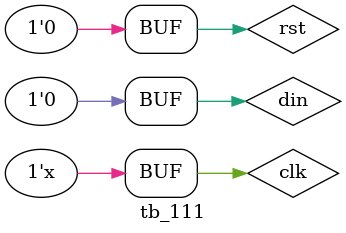
<source format=v>
`timescale 1ns / 1ps
module tb_111(  );
reg clk,rst,din;
wire dout;
sequence_111_detect dut(clk,rst,din,dout);
initial begin
clk=0;
rst=1;
din=0;
end
always #5 clk=~clk;
initial begin
#30;
rst=0;
din=1;
#10;
din=1;
#10;
din=0;
#10;
din=1;
#10;
din=1;
#10;
din=1;
#10;
din=1;
#10;
din=1;
#10;
din=0;
#300;
end 
endmodule

</source>
